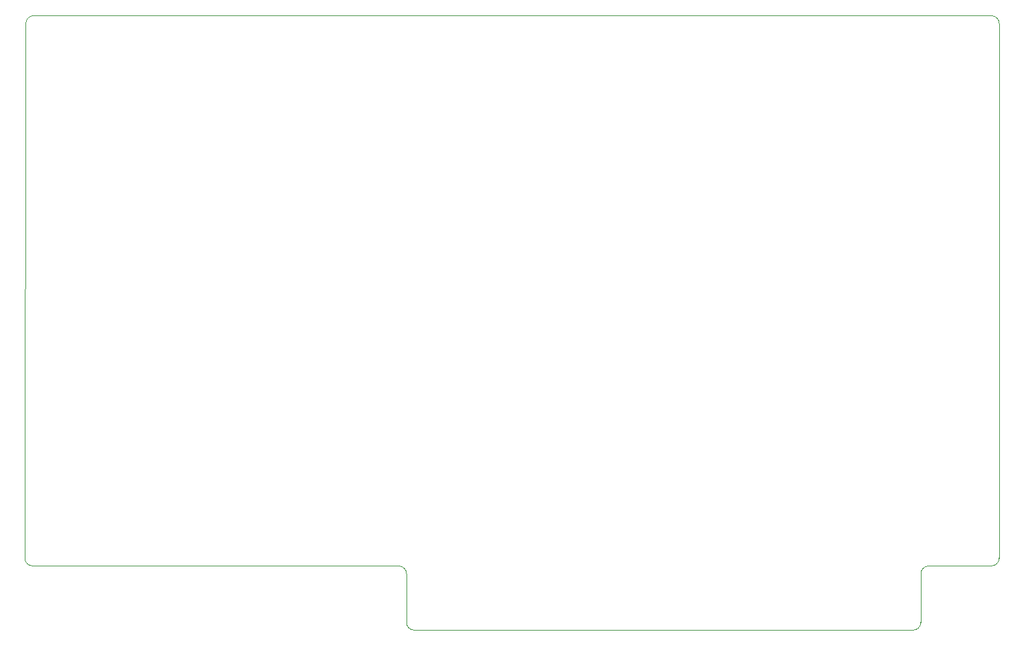
<source format=gbr>
%TF.GenerationSoftware,KiCad,Pcbnew,7.0.5-0*%
%TF.CreationDate,2023-06-19T18:26:53+02:00*%
%TF.ProjectId,Apple TimeMaster - reloaded,4170706c-6520-4546-996d-654d61737465,rev?*%
%TF.SameCoordinates,Original*%
%TF.FileFunction,Profile,NP*%
%FSLAX46Y46*%
G04 Gerber Fmt 4.6, Leading zero omitted, Abs format (unit mm)*
G04 Created by KiCad (PCBNEW 7.0.5-0) date 2023-06-19 18:26:53*
%MOMM*%
%LPD*%
G01*
G04 APERTURE LIST*
%TA.AperFunction,Profile*%
%ADD10C,0.100000*%
%TD*%
G04 APERTURE END LIST*
D10*
X200532999Y-125365000D02*
X200533000Y-57769001D01*
X78468177Y-56768978D02*
G75*
G03*
X77468180Y-57767176I23J-1000022D01*
G01*
X190627000Y-127365000D02*
X190627000Y-133489468D01*
X199532999Y-126364999D02*
G75*
G03*
X200532999Y-125365000I1J999999D01*
G01*
X189627055Y-134489468D02*
X126597166Y-134492945D01*
X189627055Y-134489500D02*
G75*
G03*
X190627000Y-133489468I-55J1000000D01*
G01*
X77344802Y-125363175D02*
G75*
G03*
X78344826Y-126365000I999998J-1825D01*
G01*
X114300000Y-126365000D02*
X78344826Y-126365000D01*
X125597111Y-133492119D02*
X125602173Y-127365826D01*
X191627000Y-126365000D02*
G75*
G03*
X190627000Y-127365000I0J-1000000D01*
G01*
X200532999Y-57769001D02*
G75*
G03*
X199533000Y-56769001I-999999J1D01*
G01*
X199533000Y-56769001D02*
X78468177Y-56769001D01*
X125597155Y-133492119D02*
G75*
G03*
X126597166Y-134492945I999945J-881D01*
G01*
X124602173Y-126365000D02*
X114300000Y-126365000D01*
X77468179Y-57767176D02*
X77344828Y-125363175D01*
X191627000Y-126365000D02*
X199532999Y-126365000D01*
X125602200Y-127365826D02*
G75*
G03*
X124602173Y-126365000I-1000000J826D01*
G01*
M02*

</source>
